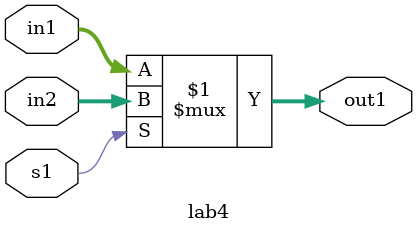
<source format=v>
`timescale 1ns / 1ps

module lab4(in1,in2,s1,out1);

input[7:0] in1,in2;
input s1;
output[7:0] out1;


assign out1 = s1 ? in2:in1;
//ya da assign out1 = (~s1 && in1 ) || (s1 && in2);

endmodule

</source>
